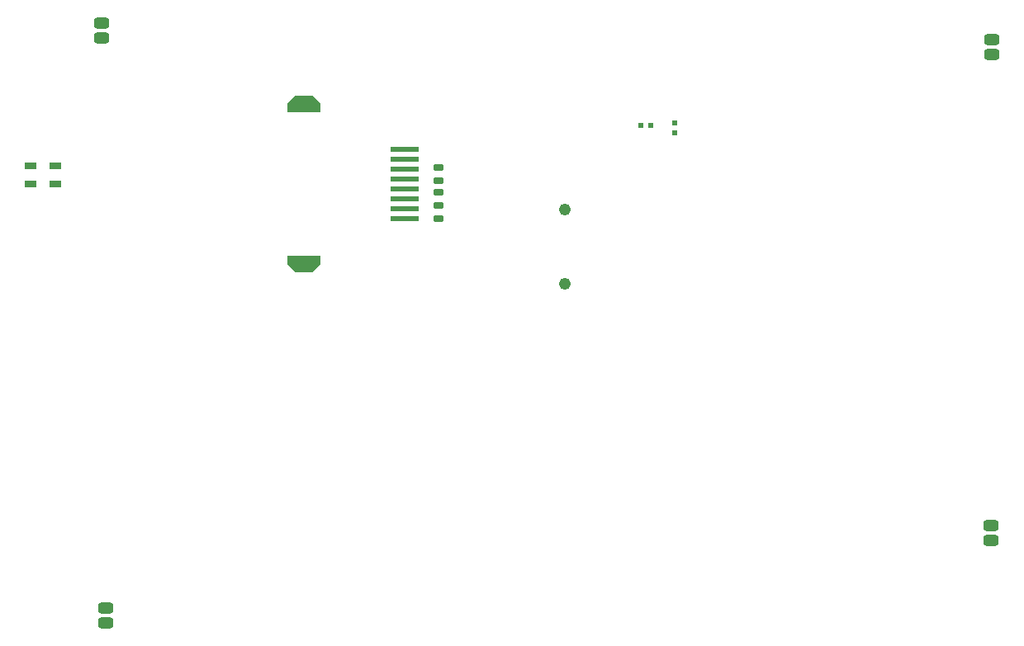
<source format=gbp>
G04*
G04 #@! TF.GenerationSoftware,Altium Limited,Altium Designer,21.0.8 (223)*
G04*
G04 Layer_Color=128*
%FSLAX25Y25*%
%MOIN*%
G70*
G04*
G04 #@! TF.SameCoordinates,56364332-CB73-463B-918C-44576425AB2C*
G04*
G04*
G04 #@! TF.FilePolarity,Positive*
G04*
G01*
G75*
G04:AMPARAMS|DCode=54|XSize=20mil|YSize=22mil|CornerRadius=3.4mil|HoleSize=0mil|Usage=FLASHONLY|Rotation=90.000|XOffset=0mil|YOffset=0mil|HoleType=Round|Shape=RoundedRectangle|*
%AMROUNDEDRECTD54*
21,1,0.02000,0.01520,0,0,90.0*
21,1,0.01320,0.02200,0,0,90.0*
1,1,0.00680,0.00760,0.00660*
1,1,0.00680,0.00760,-0.00660*
1,1,0.00680,-0.00760,-0.00660*
1,1,0.00680,-0.00760,0.00660*
%
%ADD54ROUNDEDRECTD54*%
G04:AMPARAMS|DCode=58|XSize=20mil|YSize=22mil|CornerRadius=3.4mil|HoleSize=0mil|Usage=FLASHONLY|Rotation=180.000|XOffset=0mil|YOffset=0mil|HoleType=Round|Shape=RoundedRectangle|*
%AMROUNDEDRECTD58*
21,1,0.02000,0.01520,0,0,180.0*
21,1,0.01320,0.02200,0,0,180.0*
1,1,0.00680,-0.00660,0.00760*
1,1,0.00680,0.00660,0.00760*
1,1,0.00680,0.00660,-0.00760*
1,1,0.00680,-0.00660,-0.00760*
%
%ADD58ROUNDEDRECTD58*%
G04:AMPARAMS|DCode=72|XSize=27.13mil|YSize=37.37mil|CornerRadius=4.83mil|HoleSize=0mil|Usage=FLASHONLY|Rotation=90.000|XOffset=0mil|YOffset=0mil|HoleType=Round|Shape=RoundedRectangle|*
%AMROUNDEDRECTD72*
21,1,0.02713,0.02772,0,0,90.0*
21,1,0.01748,0.03737,0,0,90.0*
1,1,0.00965,0.01386,0.00874*
1,1,0.00965,0.01386,-0.00874*
1,1,0.00965,-0.01386,-0.00874*
1,1,0.00965,-0.01386,0.00874*
%
%ADD72ROUNDEDRECTD72*%
%ADD331R,0.11808X0.02202*%
G04:AMPARAMS|DCode=332|XSize=48mil|YSize=48mil|CornerRadius=24mil|HoleSize=0mil|Usage=FLASHONLY|Rotation=180.000|XOffset=0mil|YOffset=0mil|HoleType=Round|Shape=RoundedRectangle|*
%AMROUNDEDRECTD332*
21,1,0.04800,0.00000,0,0,180.0*
21,1,0.00000,0.04800,0,0,180.0*
1,1,0.04800,0.00000,0.00000*
1,1,0.04800,0.00000,0.00000*
1,1,0.04800,0.00000,0.00000*
1,1,0.04800,0.00000,0.00000*
%
%ADD332ROUNDEDRECTD332*%
%ADD333R,0.04721X0.03147*%
G04:AMPARAMS|DCode=334|XSize=44mil|YSize=61mil|CornerRadius=10.5mil|HoleSize=0mil|Usage=FLASHONLY|Rotation=90.000|XOffset=0mil|YOffset=0mil|HoleType=Round|Shape=RoundedRectangle|*
%AMROUNDEDRECTD334*
21,1,0.04400,0.04000,0,0,90.0*
21,1,0.02300,0.06100,0,0,90.0*
1,1,0.02100,0.02000,0.01150*
1,1,0.02100,0.02000,-0.01150*
1,1,0.02100,-0.02000,-0.01150*
1,1,0.02100,-0.02000,0.01150*
%
%ADD334ROUNDEDRECTD334*%
G36*
X109744Y153051D02*
X122854Y153051D01*
X122854Y149390D01*
X119744Y146280D01*
X112855Y146279D01*
X109744Y149390D01*
X109744Y153051D01*
D02*
G37*
G36*
Y210925D02*
X122854Y210925D01*
X122854Y214587D01*
X119744Y217697D01*
X112855Y217697D01*
X109744Y214586D01*
X109744Y210925D01*
D02*
G37*
G54D54*
X266041Y202778D02*
D03*
Y206568D02*
D03*
G54D58*
X256290Y205779D02*
D03*
X252500D02*
D03*
G54D72*
X170670Y173347D02*
D03*
Y167992D02*
D03*
Y178662D02*
D03*
Y173307D02*
D03*
Y188800D02*
D03*
Y183445D02*
D03*
G54D331*
X156988Y167933D02*
D03*
Y179980D02*
D03*
Y183996D02*
D03*
Y188012D02*
D03*
Y192028D02*
D03*
Y196043D02*
D03*
Y175965D02*
D03*
Y171949D02*
D03*
G54D332*
X221657Y141578D02*
D03*
Y171578D02*
D03*
G54D333*
X5883Y181961D02*
D03*
Y189245D02*
D03*
X16083D02*
D03*
Y181961D02*
D03*
G54D334*
X393799Y37945D02*
D03*
Y43945D02*
D03*
X34683Y246903D02*
D03*
Y240903D02*
D03*
X36483Y10803D02*
D03*
Y4803D02*
D03*
X393883Y240303D02*
D03*
Y234303D02*
D03*
M02*

</source>
